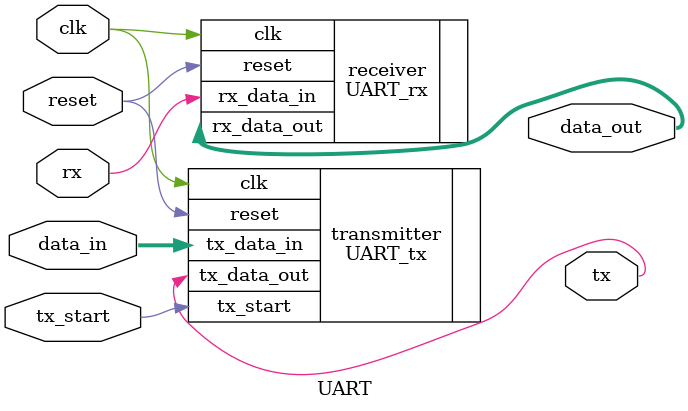
<source format=v>
`timescale 1ns / 1ps


module UART(
    input clk,
    input reset,
    input tx_start,
    input [7:0] data_in,
    output wire [7:0] data_out,
    input rx,
    output tx
    );
    
//    wire rst;


    
    UART_tx transmitter(
                        .clk(clk),
                        .reset(reset),
                        .tx_data_in(data_in),
                        .tx_start(tx_start),
                        .tx_data_out(tx)
                        );
    UART_rx receiver(
                    .clk(clk),
                    .reset(reset),
                    .rx_data_in(rx),
                    .rx_data_out(data_out));
    
    
endmodule

</source>
